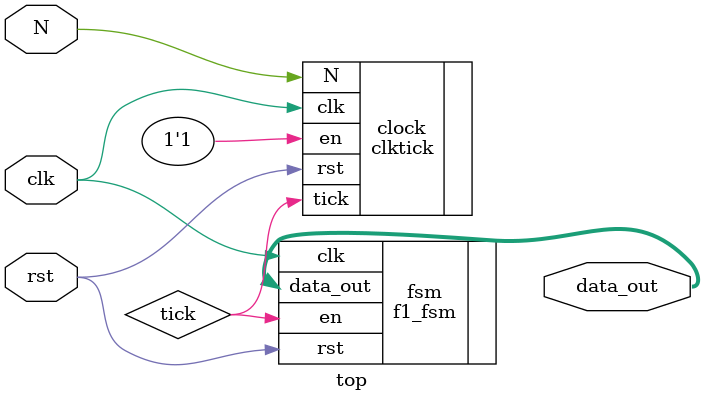
<source format=sv>
module top #(
    parameter   C_WIDTH = 16
) (
    input logic rst,
    input logic clk,
    input logic N,
    output logic [7:0] data_out
);

logic tick;

clktick clock (
    .clk(clk),
    .rst(rst),
    .en(1'b1),
    .N(N), // N = 23 in T3, but program slowed in challeng 3 recalibrated to N = 35
    .tick(tick)
);

f1_fsm fsm (
    .clk(clk),
    .rst(rst),
    .en(tick),

    .data_out(data_out)
);


endmodule

</source>
